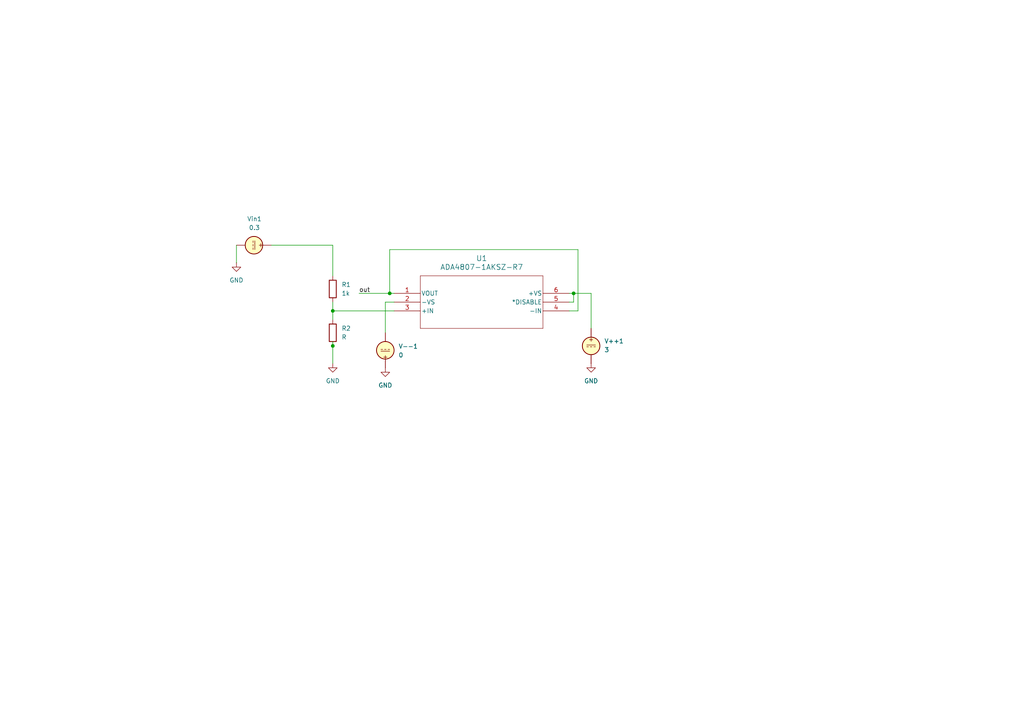
<source format=kicad_sch>
(kicad_sch (version 20231120) (generator "eeschema") (generator_version "8.0")
  (paper "A4")
  (lib_symbols
    (symbol "Device:R" (pin_numbers hide) (pin_names (offset 0))
      (property "Reference" "R" (at 2.032 0 90))
      (property "Value" "R" (at 0 0 90))
      (symbol "R_0_1"
        (rectangle (start -1.016 -2.54) (end 1.016 2.54) (stroke (width 0.254)))
      )
      (symbol "R_1_1"
        (pin passive line (at 0 3.81 270) (length 1.27) (name "~") (number "1"))
        (pin passive line (at 0 -3.81 90) (length 1.27) (name "~") (number "2"))
      )
    )
    (symbol "Opamp:ADA4807-1AKSZ-R7" (pin_names (offset 0.254))
      (property "Reference" "U" (at 25.4 10.16 0))
      (property "Value" "ADA4807-1AKSZ-R7" (at 25.4 7.62 0))
      (symbol "ADA4807-1AKSZ-R7_0_1"
        (polyline (pts (xy 7.62 -10.16) (xy 43.18 -10.16)) (stroke (width 0.127)))
        (polyline (pts (xy 7.62 5.08) (xy 7.62 -10.16)) (stroke (width 0.127)))
        (polyline (pts (xy 43.18 -10.16) (xy 43.18 5.08)) (stroke (width 0.127)))
        (polyline (pts (xy 43.18 5.08) (xy 7.62 5.08)) (stroke (width 0.127)))
        (pin power_in line (at 0 0 0) (length 7.62) (name "VOUT") (number "1"))
        (pin power_in line (at 0 -2.54 0) (length 7.62) (name "-VS") (number "2"))
        (pin input line (at 0 -5.08 0) (length 7.62) (name "+IN") (number "3"))
        (pin input line (at 50.8 -5.08 180) (length 7.62) (name "-IN") (number "4"))
        (pin unspecified line (at 50.8 -2.54 180) (length 7.62) (name "*DISABLE") (number "5"))
        (pin power_in line (at 50.8 0 180) (length 7.62) (name "+VS") (number "6"))
      )
    )
    (symbol "Simulation_SPICE:VDC" (pin_numbers hide) (pin_names (offset 0.0254))
      (property "Reference" "V" (at 2.54 2.54 0))
      (property "Value" "1" (at 2.54 0 0))
      (symbol "VDC_0_0"
        (polyline (pts (xy -1.27 0.254) (xy 1.27 0.254)))
        (polyline (pts (xy -0.762 -0.254) (xy -1.27 -0.254)))
        (polyline (pts (xy 0.254 -0.254) (xy -0.254 -0.254)))
        (polyline (pts (xy 1.27 -0.254) (xy 0.762 -0.254)))
        (text "+" (at 0 1.905 0) (effects (font (size 1.27 1.27))))
      )
      (symbol "VDC_0_1"
        (circle (center 0 0) (radius 2.54) (stroke (width 0.254)) (fill (type background)))
      )
      (symbol "VDC_1_1"
        (pin passive line (at 0 5.08 270) (length 2.54) (name "~") (number "1"))
        (pin passive line (at 0 -5.08 90) (length 2.54) (name "~") (number "2"))
      )
    )
    (symbol "power:GND" (power) (pin_numbers hide) (pin_names (offset 0) hide)
      (property "Value" "GND" (at 0 -3.81 0))
      (symbol "GND_0_1"
        (polyline (pts (xy 0 0) (xy 0 -1.27) (xy 1.27 -1.27) (xy 0 -2.54) (xy -1.27 -1.27) (xy 0 -1.27)))
      )
      (symbol "GND_1_1"
        (pin power_in line (at 0 0 270) (length 0) (name "~") (number "1"))
      )
    )
  )
  (junction (at 96.52 90.17))
  (junction (at 113.03 85.09))
  (junction (at 96.52 100.33))
  (junction (at 166.37 85.09))
  (wire (pts (xy 165.1 85.09) (xy 166.37 85.09)))
  (wire (pts (xy 111.76 96.52) (xy 111.76 87.63)))
  (wire (pts (xy 96.52 90.17) (xy 114.3 90.17)))
  (wire (pts (xy 96.52 71.12) (xy 96.52 80.01)))
  (wire (pts (xy 167.64 72.39) (xy 113.03 72.39)))
  (wire (pts (xy 167.64 90.17) (xy 167.64 72.39)))
  (wire (pts (xy 96.52 71.12) (xy 78.74 71.12)))
  (wire (pts (xy 111.76 87.63) (xy 114.3 87.63)))
  (wire (pts (xy 171.45 85.09) (xy 171.45 95.25)))
  (wire (pts (xy 166.37 85.09) (xy 166.37 87.63)))
  (wire (pts (xy 68.58 71.12) (xy 68.58 76.2)))
  (wire (pts (xy 104.14 85.09) (xy 113.03 85.09)))
  (wire (pts (xy 166.37 85.09) (xy 171.45 85.09)))
  (wire (pts (xy 96.52 87.63) (xy 96.52 90.17)))
  (wire (pts (xy 165.1 87.63) (xy 166.37 87.63)))
  (wire (pts (xy 96.52 100.33) (xy 96.52 105.41)))
  (wire (pts (xy 113.03 72.39) (xy 113.03 85.09)))
  (wire (pts (xy 113.03 85.09) (xy 114.3 85.09)))
  (wire (pts (xy 96.52 90.17) (xy 96.52 92.71)))
  (wire (pts (xy 96.52 99.06) (xy 96.52 100.33)))
  (wire (pts (xy 165.1 90.17) (xy 167.64 90.17)))
  (label "out" (at 104.14 85.09 0))
  (symbol (lib_id "power:GND") (at 68.58 76.2 0) (unit 1)
    (property "Reference" "#PWR01" (effects (hide yes)))
    (property "Value" "GND" (at 68.58 81.28 0))
    (property "Description" "Power symbol creates a global label with name \"GND\" , ground" (effects (hide yes)))
  )
  (symbol (lib_id "Device:R") (at 96.52 96.52 0) (unit 1)
    (property "Reference" "R2" (at 99.06 95.2499 0) (effects (justify left)))
    (property "Value" "R" (at 99.06 97.7899 0) (effects (justify left)))
    (property "Description" "Resistor" (effects (hide yes)))
  )
  (symbol (lib_id "Device:R") (at 96.52 83.82 0) (unit 1)
    (property "Reference" "R1" (at 99.06 82.5499 0) (effects (justify left)))
    (property "Value" "1k" (at 99.06 85.0899 0) (effects (justify left)))
    (property "Description" "Resistor" (effects (hide yes)))
  )
  (symbol (lib_id "Simulation_SPICE:VDC") (at 171.45 100.33 0) (unit 1)
    (property "Reference" "V++1" (at 175.26 98.9301 0) (effects (justify left)))
    (property "Value" "3" (at 175.26 101.4701 0) (effects (justify left)))
    (property "Datasheet" "https://ngspice.sourceforge.io/docs/ngspice-html-manual/manual.xhtml#sec_Independent_Sources_for" (effects (hide yes)))
    (property "Description" "Voltage source, DC" (effects (hide yes)))
    (property "Sim.Pins" "1=+ 2=-" (effects (hide yes)))
    (property "Sim.Type" "DC" (effects (hide yes)))
    (property "Sim.Device" "V" (effects (hide yes)))
  )
  (symbol (lib_id "Simulation_SPICE:VDC") (at 111.76 101.6 180) (unit 1)
    (property "Reference" "V--1" (at 115.57 100.4597 0) (effects (justify right)))
    (property "Value" "0" (at 115.57 102.9997 0) (effects (justify right)))
    (property "Datasheet" "https://ngspice.sourceforge.io/docs/ngspice-html-manual/manual.xhtml#sec_Independent_Sources_for" (effects (hide yes)))
    (property "Description" "Voltage source, DC" (effects (hide yes)))
    (property "Sim.Pins" "1=+ 2=-" (effects (hide yes)))
    (property "Sim.Type" "DC" (effects (hide yes)))
    (property "Sim.Device" "V" (effects (hide yes)))
    (instances (project "opamp1_pot_low" (path "" (reference "V--1") (unit 1))) (project "Opamp" (path "" (reference "V--?") (unit 1))))
  )
  (symbol (lib_id "power:GND") (at 96.52 105.41 0) (unit 1)
    (property "Reference" "#PWR04" (effects (hide yes)))
    (property "Value" "GND" (at 96.52 110.49 0))
    (property "Description" "Power symbol creates a global label with name \"GND\" , ground" (effects (hide yes)))
  )
  (symbol (lib_id "Simulation_SPICE:VDC") (at 73.66 71.12 270) (unit 1)
    (property "Reference" "Vin1" (at 73.7898 63.5 90))
    (property "Value" "0.3" (at 73.7898 66.04 90))
    (property "Datasheet" "https://ngspice.sourceforge.io/docs/ngspice-html-manual/manual.xhtml#sec_Independent_Sources_for" (effects (hide yes)))
    (property "Description" "Voltage source, DC" (effects (hide yes)))
    (property "Sim.Pins" "1=+ 2=-" (effects (hide yes)))
    (property "Sim.Type" "DC" (effects (hide yes)))
    (property "Sim.Device" "V" (effects (hide yes)))
    (instances (project "opamp1_pot_low" (path "" (reference "Vin1") (unit 1))) (project "Opamp" (path "" (reference "Vin?") (unit 1))))
  )
  (symbol (lib_id "power:GND") (at 111.76 106.68 0) (unit 1)
    (property "Reference" "#PWR02" (effects (hide yes)))
    (property "Value" "GND" (at 111.76 111.76 0))
    (property "Description" "Power symbol creates a global label with name \"GND\" , ground" (effects (hide yes)))
  )
  (symbol (lib_id "Opamp:ADA4807-1AKSZ-R7") (at 114.3 85.09 0) (unit 1)
    (property "Reference" "U1" (at 139.7 74.93 0) (effects (font (size 1.524 1.524))))
    (property "Value" "ADA4807-1AKSZ-R7" (at 139.7 77.47 0) (effects (font (size 1.524 1.524))))
    (property "Footprint" "KS-6_ADI" (effects (hide yes)))
    (property "Datasheet" "ADA4807-1AKSZ-R7" (effects (hide yes)))
    (property "Sim.Library" "/home/maxwell/github-repos/sp-24-EE628/6_Test/2_PCB/test_board_1/TestBoardEDA/models/ADA4807.cir" (effects (hide yes)))
    (property "Sim.Name" "ADA4807" (effects (hide yes)))
    (property "Sim.Device" "SUBCKT" (effects (hide yes)))
    (property "Sim.Pins" "1=104 2=103 3=100 4=101 5=106 6=102" (effects (hide yes)))
  )
  (symbol (lib_id "power:GND") (at 171.45 105.41 0) (unit 1)
    (property "Reference" "#PWR03" (effects (hide yes)))
    (property "Value" "GND" (at 171.45 110.49 0))
    (property "Description" "Power symbol creates a global label with name \"GND\" , ground" (effects (hide yes)))
  )
)
</source>
